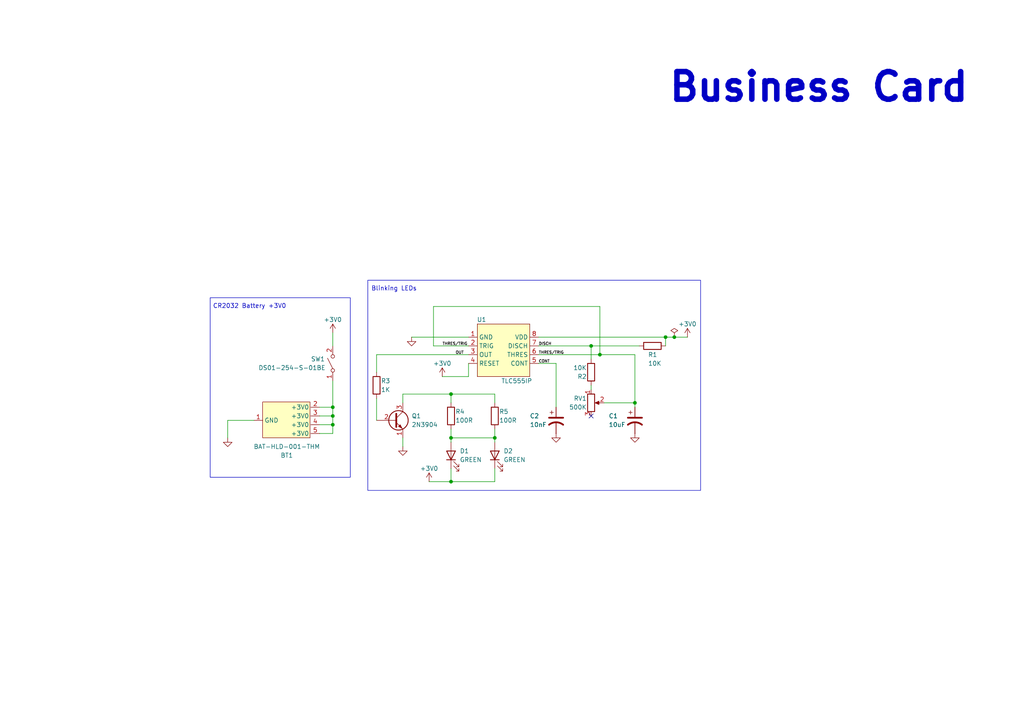
<source format=kicad_sch>
(kicad_sch (version 20231120) (generator "eeschema") (generator_version "8.0")
  (paper "A4")
  (title_block (title "Business_Card") (date "2024-05-30") (rev "v01") (comment 2 "https://opensource.org/license/mit") (comment 3 "License: MIT") (comment 4 "Author: Lorenzo Palloni"))
  (lib_symbols
    (symbol "Device:C_Polarized_US" (pin_numbers hide) (pin_names (offset 0.254) hide)
      (property "Reference" "C" (at 0.635 2.54 0))
      (property "Value" "C_Polarized_US" (at 0.635 -2.54 0))
      (symbol "C_Polarized_US_0_1"
        (polyline (pts (xy -2.032 0.762) (xy 2.032 0.762)) (stroke (width 0.508)))
        (polyline (pts (xy -1.778 2.286) (xy -0.762 2.286)))
        (polyline (pts (xy -1.27 1.778) (xy -1.27 2.794)))
        (arc (start 2.032 -1.27) (mid 0 -0.5572) (end -2.032 -1.27) (stroke (width 0.508)))
      )
      (symbol "C_Polarized_US_1_1"
        (pin passive line (at 0 3.81 270) (length 2.794) (name "~") (number "1"))
        (pin passive line (at 0 -3.81 90) (length 3.302) (name "~") (number "2"))
      )
    )
    (symbol "Device:LED" (pin_numbers hide) (pin_names (offset 1.016) hide)
      (property "Reference" "D" (at 0 2.54 0))
      (property "Value" "LED" (at 0 -2.54 0))
      (symbol "LED_0_1"
        (polyline (pts (xy -1.27 -1.27) (xy -1.27 1.27)) (stroke (width 0.254)))
        (polyline (pts (xy -1.27 0) (xy 1.27 0)))
        (polyline (pts (xy 1.27 -1.27) (xy 1.27 1.27) (xy -1.27 0) (xy 1.27 -1.27)) (stroke (width 0.254)))
        (polyline (pts (xy -3.048 -0.762) (xy -4.572 -2.286) (xy -3.81 -2.286) (xy -4.572 -2.286) (xy -4.572 -1.524)))
        (polyline (pts (xy -1.778 -0.762) (xy -3.302 -2.286) (xy -2.54 -2.286) (xy -3.302 -2.286) (xy -3.302 -1.524)))
      )
      (symbol "LED_1_1"
        (pin passive line (at -3.81 0 0) (length 2.54) (name "K") (number "1"))
        (pin passive line (at 3.81 0 180) (length 2.54) (name "A") (number "2"))
      )
    )
    (symbol "Device:R" (pin_numbers hide) (pin_names (offset 0))
      (property "Reference" "R" (at 2.032 0 90))
      (property "Value" "R" (at 0 0 90))
      (symbol "R_0_1"
        (rectangle (start -1.016 -2.54) (end 1.016 2.54) (stroke (width 0.254)))
      )
      (symbol "R_1_1"
        (pin passive line (at 0 3.81 270) (length 1.27) (name "~") (number "1"))
        (pin passive line (at 0 -3.81 90) (length 1.27) (name "~") (number "2"))
      )
    )
    (symbol "Device:R_Potentiometer" (pin_names (offset 1.016) hide)
      (property "Reference" "RV" (at -4.445 0 90))
      (property "Value" "R_Potentiometer" (at -2.54 0 90))
      (symbol "R_Potentiometer_0_1"
        (polyline (pts (xy 2.54 0) (xy 1.524 0)))
        (polyline (pts (xy 1.143 0) (xy 2.286 0.508) (xy 2.286 -0.508) (xy 1.143 0)) (fill (type outline)))
        (rectangle (start 1.016 2.54) (end -1.016 -2.54) (stroke (width 0.254)))
      )
      (symbol "R_Potentiometer_1_1"
        (pin passive line (at 0 3.81 270) (length 1.27) (name "1") (number "1"))
        (pin passive line (at 3.81 0 180) (length 1.27) (name "2") (number "2"))
        (pin passive line (at 0 -3.81 90) (length 1.27) (name "3") (number "3"))
      )
    )
    (symbol "GND_1" (power) (pin_numbers hide) (pin_names (offset 0) hide)
      (property "Value" "GND" (at 0 -3.81 0))
      (symbol "GND_1_0_1"
        (polyline (pts (xy 0 0) (xy 0 -1.27) (xy 1.27 -1.27) (xy 0 -2.54) (xy -1.27 -1.27) (xy 0 -1.27)))
      )
      (symbol "GND_1_1_1"
        (pin power_in line (at 0 0 270) (length 0) (name "~") (number "1"))
      )
    )
    (symbol "Transistor_BJT:2N3904" (pin_names (offset 0) hide)
      (property "Reference" "Q" (at 5.08 1.905 0))
      (property "Value" "2N3904" (at 5.08 0 0))
      (symbol "2N3904_0_1"
        (polyline (pts (xy 0.635 0.635) (xy 2.54 2.54)))
        (polyline (pts (xy 0.635 -0.635) (xy 2.54 -2.54) (xy 2.54 -2.54)))
        (polyline (pts (xy 0.635 1.905) (xy 0.635 -1.905) (xy 0.635 -1.905)) (stroke (width 0.508)))
        (polyline (pts (xy 1.27 -1.778) (xy 1.778 -1.27) (xy 2.286 -2.286) (xy 1.27 -1.778) (xy 1.27 -1.778)) (fill (type outline)))
        (circle (center 1.27 0) (radius 2.8194) (stroke (width 0.254)))
      )
      (symbol "2N3904_1_1"
        (pin passive line (at 2.54 -5.08 90) (length 2.54) (name "E") (number "1"))
        (pin passive line (at -5.08 0 0) (length 5.715) (name "B") (number "2"))
        (pin passive line (at 2.54 5.08 270) (length 2.54) (name "C") (number "3"))
      )
    )
    (symbol "naive_business_card:BAT-HLD-001-THM"
      (property "Reference" "BT" (at -5.334 6.35 0))
      (property "Value" "BAT-HLD-001-THM" (at 0 -6.35 0))
      (symbol "BAT-HLD-001-THM_0_0"
        (pin passive line (at -8.89 0 0) (length 2.54) (name "GND") (number "1"))
        (pin passive line (at 10.16 3.81 180) (length 2.54) (name "+3V0") (number "2"))
        (pin passive line (at 10.16 1.27 180) (length 2.54) (name "+3V0") (number "3"))
        (pin passive line (at 10.16 -1.27 180) (length 2.54) (name "+3V0") (number "4"))
        (pin passive line (at 10.16 -3.81 180) (length 2.54) (name "+3V0") (number "5"))
      )
      (symbol "BAT-HLD-001-THM_1_1"
        (rectangle (start -6.35 5.334) (end 7.366 -5.08) (fill (type background)))
      )
    )
    (symbol "naive_business_card:DS01-254-S-01BE"
      (property "Reference" "SW" (at 0 2.54 0))
      (property "Value" "DS01-254-S-01BE" (at 0.254 -1.778 0))
      (symbol "DS01-254-S-01BE_0_1"
        (polyline (pts (xy -1.524 0) (xy 1.524 1.524)))
        (circle (center 2.032 0) (radius 0.508))
      )
      (symbol "DS01-254-S-01BE_1_1"
        (circle (center -2.032 0) (radius 0.508))
        (pin passive line (at -5.08 0 0) (length 2.54) (name "") (number "1"))
        (pin passive line (at 5.08 0 180) (length 2.54) (name "") (number "2"))
      )
    )
    (symbol "naive_business_card:TLC555IP"
      (property "Reference" "U" (at -6.35 8.89 0))
      (property "Value" "TLC555IP" (at 5.08 -8.89 0))
      (symbol "TLC555IP_0_0"
        (pin power_out line (at -10.16 3.81 0) (length 2.54) (name "GND") (number "1"))
        (pin input line (at -10.16 1.27 0) (length 2.54) (name "TRIG") (number "2"))
        (pin output line (at -10.16 -1.27 0) (length 2.54) (name "OUT") (number "3"))
        (pin input line (at -10.16 -3.81 0) (length 2.54) (name "RESET") (number "4"))
        (pin input line (at 10.16 -3.81 180) (length 2.54) (name "CONT") (number "5"))
        (pin input line (at 10.16 -1.27 180) (length 2.54) (name "THRES") (number "6"))
        (pin output line (at 10.16 1.27 180) (length 2.54) (name "DISCH") (number "7"))
        (pin power_in line (at 10.16 3.81 180) (length 2.54) (name "VDD") (number "8"))
      )
      (symbol "TLC555IP_1_1"
        (rectangle (start -7.62 7.62) (end 7.62 -7.62) (fill (type background)))
      )
    )
    (symbol "power:+3V0" (power) (pin_numbers hide) (pin_names (offset 0) hide)
      (property "Value" "+3V0" (at 0 3.556 0))
      (symbol "+3V0_0_1"
        (polyline (pts (xy -0.762 1.27) (xy 0 2.54)))
        (polyline (pts (xy 0 0) (xy 0 2.54)))
        (polyline (pts (xy 0 2.54) (xy 0.762 1.27)))
      )
      (symbol "+3V0_1_1"
        (pin power_in line (at 0 0 90) (length 0) (name "~") (number "1"))
      )
    )
    (symbol "power:PWR_FLAG" (power) (pin_numbers hide) (pin_names (offset 0) hide)
      (property "Value" "PWR_FLAG" (at 0 3.81 0))
      (symbol "PWR_FLAG_0_0"
        (pin power_out line (at 0 0 90) (length 0) (name "~") (number "1"))
      )
      (symbol "PWR_FLAG_0_1"
        (polyline (pts (xy 0 0) (xy 0 1.27) (xy -1.016 1.905) (xy 0 2.54) (xy 1.016 1.905) (xy 0 1.27)))
      )
    )
  )
  (junction (at 143.51 127))
  (junction (at 96.52 118.11))
  (junction (at 96.52 123.19))
  (junction (at 130.81 114.3))
  (junction (at 173.99 102.87))
  (junction (at 193.04 97.79))
  (junction (at 96.52 120.65))
  (junction (at 195.58 97.79))
  (junction (at 171.45 100.33))
  (junction (at 130.81 127))
  (junction (at 130.81 139.7))
  (junction (at 184.15 116.84))
  (no_connect (at 171.45 120.65))
  (wire (pts (xy 161.29 105.41) (xy 156.21 105.41)))
  (wire (pts (xy 92.71 120.65) (xy 96.52 120.65)))
  (wire (pts (xy 92.71 125.73) (xy 96.52 125.73)))
  (wire (pts (xy 125.73 88.9) (xy 173.99 88.9)))
  (wire (pts (xy 130.81 139.7) (xy 143.51 139.7)))
  (wire (pts (xy 119.38 97.79) (xy 135.89 97.79)))
  (wire (pts (xy 161.29 105.41) (xy 161.29 118.11)))
  (wire (pts (xy 92.71 123.19) (xy 96.52 123.19)))
  (wire (pts (xy 116.84 114.3) (xy 130.81 114.3)))
  (wire (pts (xy 130.81 114.3) (xy 143.51 114.3)))
  (wire (pts (xy 109.22 102.87) (xy 109.22 107.95)))
  (wire (pts (xy 130.81 127) (xy 143.51 127)))
  (wire (pts (xy 96.52 118.11) (xy 96.52 110.49)))
  (wire (pts (xy 193.04 97.79) (xy 195.58 97.79)))
  (wire (pts (xy 184.15 116.84) (xy 184.15 118.11)))
  (wire (pts (xy 143.51 135.89) (xy 143.51 139.7)))
  (wire (pts (xy 130.81 124.46) (xy 130.81 127)))
  (wire (pts (xy 96.52 123.19) (xy 96.52 120.65)))
  (wire (pts (xy 96.52 120.65) (xy 96.52 118.11)))
  (wire (pts (xy 116.84 127) (xy 116.84 129.54)))
  (wire (pts (xy 171.45 100.33) (xy 171.45 104.14)))
  (wire (pts (xy 193.04 97.79) (xy 193.04 100.33)))
  (wire (pts (xy 135.89 109.22) (xy 135.89 105.41)))
  (wire (pts (xy 73.66 121.92) (xy 66.04 121.92)))
  (wire (pts (xy 143.51 114.3) (xy 143.51 116.84)))
  (wire (pts (xy 92.71 118.11) (xy 96.52 118.11)))
  (wire (pts (xy 109.22 102.87) (xy 135.89 102.87)))
  (wire (pts (xy 125.73 100.33) (xy 135.89 100.33)))
  (wire (pts (xy 96.52 125.73) (xy 96.52 123.19)))
  (wire (pts (xy 130.81 135.89) (xy 130.81 139.7)))
  (wire (pts (xy 173.99 88.9) (xy 173.99 102.87)))
  (wire (pts (xy 143.51 124.46) (xy 143.51 127)))
  (wire (pts (xy 156.21 97.79) (xy 193.04 97.79)))
  (wire (pts (xy 130.81 127) (xy 130.81 128.27)))
  (wire (pts (xy 171.45 111.76) (xy 171.45 113.03)))
  (wire (pts (xy 156.21 102.87) (xy 173.99 102.87)))
  (wire (pts (xy 184.15 102.87) (xy 184.15 116.84)))
  (wire (pts (xy 175.26 116.84) (xy 184.15 116.84)))
  (wire (pts (xy 171.45 100.33) (xy 185.42 100.33)))
  (wire (pts (xy 125.73 100.33) (xy 125.73 88.9)))
  (wire (pts (xy 156.21 100.33) (xy 171.45 100.33)))
  (wire (pts (xy 116.84 116.84) (xy 116.84 114.3)))
  (wire (pts (xy 143.51 127) (xy 143.51 128.27)))
  (wire (pts (xy 173.99 102.87) (xy 184.15 102.87)))
  (wire (pts (xy 96.52 96.52) (xy 96.52 100.33)))
  (wire (pts (xy 195.58 97.79) (xy 199.39 97.79)))
  (wire (pts (xy 135.89 109.22) (xy 128.27 109.22)))
  (wire (pts (xy 130.81 114.3) (xy 130.81 116.84)))
  (wire (pts (xy 124.46 139.7) (xy 130.81 139.7)))
  (wire (pts (xy 66.04 121.92) (xy 66.04 127)))
  (wire (pts (xy 109.22 115.57) (xy 109.22 121.92)))
  (rectangle (start 106.68 81.28) (end 203.2 142.24))
  (rectangle (start 60.96 86.36) (end 101.6 138.43))
  (text "Business Card" (at 237.49 25.4 0) (effects (font (size 8 8) (thickness 1.6) (bold yes))))
  (text "CR2032 Battery +3V0" (at 72.39 88.9 0) (effects (font (size 1.27 1.27))))
  (text "Blinking LEDs" (at 114.3 83.82 0) (effects (font (size 1.27 1.27))))
  (label "DISCH" (at 156.21 100.33 0) (effects (font (size 0.8 0.8))))
  (label "CONT" (at 156.21 105.41 0) (effects (font (size 0.8 0.8))))
  (label "THRES{slash}TRIG" (at 156.21 102.87 0) (effects (font (size 0.8 0.8))))
  (label "OUT" (at 132.08 102.87 0) (effects (font (size 0.8 0.8))))
  (label "THRES{slash}TRIG" (at 128.27 100.33 0) (effects (font (size 0.8 0.8))))
  (symbol (lib_id "power:+3V0") (at 128.27 109.22 0) (unit 1)
    (property "Reference" "#PWR01" (effects (hide yes)))
    (property "Value" "+3V0" (at 128.27 105.41 0))
    (property "Description" "Power symbol creates a global label with name \"+3V0\"" (effects (hide yes)))
  )
  (symbol (lib_name "GND_1") (lib_id "power:GND") (at 161.29 125.73 0) (unit 1)
    (property "Reference" "#PWR06" (effects (hide yes)))
    (property "Value" "GND" (effects (hide yes)))
    (property "Description" "Power symbol creates a global label with name \"GND\" , ground" (effects (hide yes)))
  )
  (symbol (lib_id "naive_business_card:BAT-HLD-001-THM") (at 82.55 121.92 0) (unit 1)
    (property "Reference" "BT1" (at 83.185 132.08 0))
    (property "Value" "BAT-HLD-001-THM" (at 83.185 129.54 0))
    (property "Footprint" "naive_business_card:BAT-HLD-001-THM" (effects (hide yes)))
    (property "Datasheet" "https://www.mouser.it/datasheet/2/418/9/ENG_CD_C_BAT_HLD_001_THM_pp_A-3247749.pdf" (effects (hide yes)))
  )
  (symbol (lib_id "power:PWR_FLAG") (at 195.58 97.79 0) (unit 1)
    (property "Reference" "#FLG01" (effects (hide yes)))
    (property "Value" "PWR_FLAG" (effects (hide yes)))
    (property "Description" "Special symbol for telling ERC where power comes from" (effects (hide yes)))
  )
  (symbol (lib_id "power:+3V0") (at 96.52 96.52 0) (unit 1)
    (property "Reference" "#PWR08" (effects (hide yes)))
    (property "Value" "+3V0" (at 96.52 92.71 0))
    (property "Description" "Power symbol creates a global label with name \"+3V0\"" (effects (hide yes)))
  )
  (symbol (lib_name "GND_1") (lib_id "power:GND") (at 66.04 127 0) (unit 1)
    (property "Reference" "#PWR09" (effects (hide yes)))
    (property "Value" "GND" (effects (hide yes)))
    (property "Description" "Power symbol creates a global label with name \"GND\" , ground" (effects (hide yes)))
  )
  (symbol (lib_id "Device:R") (at 130.81 120.65 0) (unit 1)
    (property "Reference" "R4" (at 132.08 119.38 0) (effects (justify left)))
    (property "Value" "100R" (at 132.08 121.92 0) (effects (justify left)))
    (property "Footprint" "Resistor_THT:R_Axial_DIN0207_L6.3mm_D2.5mm_P10.16mm_Horizontal" (effects (hide yes)))
  )
  (symbol (lib_id "Transistor_BJT:2N3904") (at 114.3 121.92 0) (unit 1)
    (property "Reference" "Q1" (at 119.38 120.65 0) (effects (justify left)))
    (property "Value" "2N3904" (at 119.38 123.19 0) (effects (justify left)))
    (property "Footprint" "naive_business_card:2N3904" (effects (hide yes)))
    (property "Datasheet" "https://www.onsemi.com/pub/Collateral/2N3903-D.PDF" (effects (hide yes)))
    (property "Sim.Library" "SPICE-models/2n3904.lib" (effects (hide yes)))
    (property "Sim.Name" "2N3904" (effects (hide yes)))
    (property "Sim.Device" "SUBCKT" (effects (hide yes)))
    (property "Sim.Pins" "1=C 2=B 3=E" (effects (hide yes)))
  )
  (symbol (lib_id "Device:C_Polarized_US") (at 161.29 121.92 0) (unit 1)
    (property "Reference" "C2" (at 153.67 120.65 0) (effects (justify left)))
    (property "Value" "10nF" (at 153.67 123.19 0) (effects (justify left)))
    (property "Footprint" "Capacitor_THT:CP_Radial_Tantal_D6.0mm_P5.00mm" (effects (hide yes)))
  )
  (symbol (lib_id "naive_business_card:TLC555IP") (at 146.05 101.6 0) (unit 1)
    (property "Reference" "U1" (at 139.7 92.71 0))
    (property "Value" "TLC555IP" (at 149.86 110.49 0))
    (property "Footprint" "naive_business_card:TLC555IP" (effects (hide yes)))
    (property "Datasheet" "https://www.ti.com/lit/ds/symlink/tlc555.pdf?ts=1716987776806&ref_url=https%253A%252F%252Fwww.ti.com%252Fproduct%252FTLC555%253Futm_source%253Dgoogle%2526utm_medium%253Dcpc%2526utm_campaign%253Dasc-hsdc-null-44700045336317074_prodfolderdynamic-cpc-pf-google-wwe_int%2526utm_content%253Dprodfolddynamic%2526ds_k%253DDYNAMIC+SEARCH+ADS%2526DCM%253Dyes%2526gad_source%253D1%2526gclid%253DCj0KCQjwpNuyBhCuARIsANJqL9Pb3vTQnhFk2P9H5RV7jV2o8C7dYYqyyfJKHn31Sx1b5TYzXf9vHFsaAgqrEALw_wcB%2526gclsrc%253Daw.ds" (effects (hide yes)))
    (property "Sim.Library" "SPICE-models/TLC555.LIB" (effects (hide yes)))
    (property "Sim.Name" "TLC555" (effects (hide yes)))
    (property "Sim.Device" "SUBCKT" (effects (hide yes)))
    (property "Sim.Pins" "1=THRES 2=CONT 3=TRIG 4=RESET 5=OUT 6=DISC 7=VCC 8=GND" (effects (hide yes)))
  )
  (symbol (lib_id "Device:R") (at 143.51 120.65 0) (unit 1)
    (property "Reference" "R5" (at 144.78 119.38 0) (effects (justify left)))
    (property "Value" "100R" (at 144.78 121.92 0) (effects (justify left)))
    (property "Footprint" "Resistor_THT:R_Axial_DIN0207_L6.3mm_D2.5mm_P10.16mm_Horizontal" (effects (hide yes)))
  )
  (symbol (lib_id "Device:R") (at 171.45 107.95 180) (unit 1)
    (property "Reference" "R2" (at 170.18 109.22 0) (effects (justify left)))
    (property "Value" "10K" (at 170.18 106.68 0) (effects (justify left)))
    (property "Footprint" "Resistor_THT:R_Axial_DIN0207_L6.3mm_D2.5mm_P10.16mm_Horizontal" (effects (hide yes)))
    (property "Sim.Device" "R" (effects (hide yes)))
    (property "Sim.Pins" "1=+ 2=-" (effects (hide yes)))
  )
  (symbol (lib_name "GND_1") (lib_id "power:GND") (at 184.15 125.73 0) (unit 1)
    (property "Reference" "#PWR04" (effects (hide yes)))
    (property "Value" "GND" (effects (hide yes)))
    (property "Description" "Power symbol creates a global label with name \"GND\" , ground" (effects (hide yes)))
  )
  (symbol (lib_id "Device:R") (at 189.23 100.33 270) (unit 1)
    (property "Reference" "R1" (at 187.96 102.87 90) (effects (justify left)))
    (property "Value" "10K" (at 187.96 105.41 90) (effects (justify left)))
    (property "Footprint" "Resistor_THT:R_Axial_DIN0207_L6.3mm_D2.5mm_P10.16mm_Horizontal" (effects (hide yes)))
  )
  (symbol (lib_name "GND_1") (lib_id "power:GND") (at 116.84 129.54 0) (unit 1)
    (property "Reference" "#PWR07" (effects (hide yes)))
    (property "Value" "GND" (effects (hide yes)))
    (property "Description" "Power symbol creates a global label with name \"GND\" , ground" (effects (hide yes)))
  )
  (symbol (lib_id "Device:C_Polarized_US") (at 184.15 121.92 0) (unit 1)
    (property "Reference" "C1" (at 176.53 120.65 0) (effects (justify left)))
    (property "Value" "10uF" (at 176.53 123.19 0) (effects (justify left)))
    (property "Footprint" "Capacitor_THT:CP_Radial_D4.0mm_P2.00mm" (effects (hide yes)))
  )
  (symbol (lib_id "Device:R") (at 109.22 111.76 0) (unit 1)
    (property "Reference" "R3" (at 110.49 110.49 0) (effects (justify left)))
    (property "Value" "1K" (at 110.49 113.03 0) (effects (justify left)))
    (property "Footprint" "Resistor_THT:R_Axial_DIN0207_L6.3mm_D2.5mm_P10.16mm_Horizontal" (effects (hide yes)))
  )
  (symbol (lib_id "power:+3V0") (at 124.46 139.7 0) (unit 1)
    (property "Reference" "#PWR02" (effects (hide yes)))
    (property "Value" "+3V0" (at 124.46 135.89 0))
    (property "Description" "Power symbol creates a global label with name \"+3V0\"" (effects (hide yes)))
  )
  (symbol (lib_name "GND_1") (lib_id "power:GND") (at 119.38 97.79 0) (unit 1)
    (property "Reference" "#PWR05" (effects (hide yes)))
    (property "Value" "GND" (effects (hide yes)))
    (property "Description" "Power symbol creates a global label with name \"GND\" , ground" (effects (hide yes)))
  )
  (symbol (lib_id "Device:LED") (at 130.81 132.08 90) (unit 1)
    (property "Reference" "D1" (at 133.35 130.81 90) (effects (justify right)))
    (property "Value" "GREEN" (at 133.35 133.35 90) (effects (justify right)))
    (property "Footprint" "LED_THT:LED_D3.0mm" (effects (hide yes)))
  )
  (symbol (lib_id "Device:R_Potentiometer") (at 171.45 116.84 0) (unit 1)
    (property "Reference" "RV1" (at 170.18 115.57 0) (effects (justify right)))
    (property "Value" "500K" (at 170.18 118.11 0) (effects (justify right)))
    (property "Footprint" "naive_business_card:3306P-1-504" (effects (hide yes)))
    (property "Description" "Potentiometer" (effects (hide yes)))
    (property "Sim.Device" "R" (effects (hide yes)))
    (property "Sim.Type" "POT" (effects (hide yes)))
    (property "Sim.Pins" "1=r0 2=wiper 3=r1" (effects (hide yes)))
    (property "Sim.Params" "r=500K pos=0.1" (effects (hide yes)))
  )
  (symbol (lib_id "Device:LED") (at 143.51 132.08 90) (unit 1)
    (property "Reference" "D2" (at 146.05 130.81 90) (effects (justify right)))
    (property "Value" "GREEN" (at 146.05 133.35 90) (effects (justify right)))
    (property "Footprint" "LED_THT:LED_D3.0mm" (effects (hide yes)))
  )
  (symbol (lib_id "naive_business_card:DS01-254-S-01BE") (at 96.52 105.41 90) (unit 1)
    (property "Reference" "SW1" (at 90.17 104.14 90) (effects (justify right)))
    (property "Value" "DS01-254-S-01BE" (at 74.93 106.68 90) (effects (justify right)))
    (property "Footprint" "naive_business_card:DS01-254-S-01BE" (effects (hide yes)))
    (property "Datasheet" "https://www.mouser.it/datasheet/2/670/ds01_254-1777712.pdf" (effects (hide yes)))
  )
  (symbol (lib_id "power:+3V0") (at 199.39 97.79 0) (unit 1)
    (property "Reference" "#PWR03" (effects (hide yes)))
    (property "Value" "+3V0" (at 199.39 93.98 0))
    (property "Description" "Power symbol creates a global label with name \"+3V0\"" (effects (hide yes)))
  )
)
</source>
